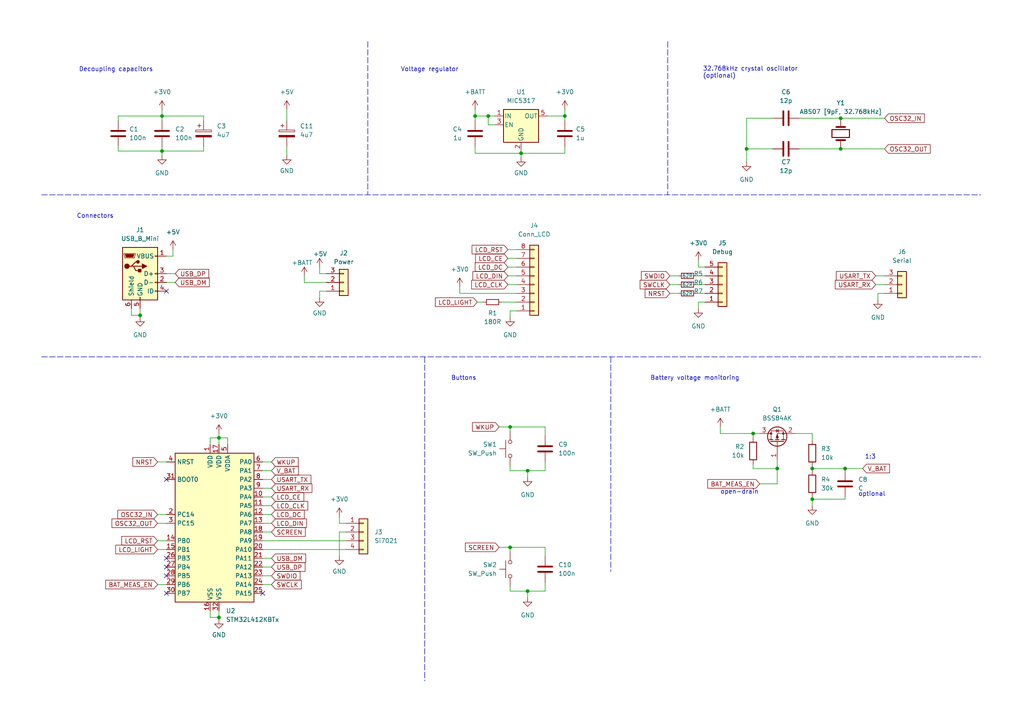
<source format=kicad_sch>
(kicad_sch (version 20211123) (generator eeschema)
  (paper "A4")
  (lib_symbols
    (symbol "Connector:USB_B_Mini" (pin_names (offset 1.016))
      (property "Reference" "J" (at -5.08 11.43 0))
      (property "Value" "USB_B_Mini" (at -5.08 8.89 0))
      (symbol "USB_B_Mini_0_1"
        (rectangle (start -5.08 -7.62) (end 5.08 7.62) (stroke (width 0.254)) (fill (type background)))
        (circle (center -3.81 2.159) (radius 0.635) (stroke (width 0.254)) (fill (type outline)))
        (circle (center -0.635 3.429) (radius 0.381) (stroke (width 0.254)) (fill (type outline)))
        (rectangle (start -0.127 -7.62) (end 0.127 -6.858))
        (polyline (pts (xy -1.905 2.159) (xy 0.635 2.159)) (stroke (width 0.254)))
        (polyline (pts (xy -3.175 2.159) (xy -2.54 2.159) (xy -1.27 3.429) (xy -0.635 3.429)) (stroke (width 0.254)))
        (polyline (pts (xy -2.54 2.159) (xy -1.905 2.159) (xy -1.27 0.889) (xy 0 0.889)) (stroke (width 0.254)))
        (polyline (pts (xy 0.635 2.794) (xy 0.635 1.524) (xy 1.905 2.159) (xy 0.635 2.794)) (stroke (width 0.254)) (fill (type outline)))
        (polyline (pts (xy -4.318 5.588) (xy -1.778 5.588) (xy -2.032 4.826) (xy -4.064 4.826) (xy -4.318 5.588)) (fill (type outline)))
        (polyline (pts (xy -4.699 5.842) (xy -4.699 5.588) (xy -4.445 4.826) (xy -4.445 4.572) (xy -1.651 4.572) (xy -1.651 4.826) (xy -1.397 5.588) (xy -1.397 5.842) (xy -4.699 5.842)))
        (rectangle (start 0.254 1.27) (end -0.508 0.508) (stroke (width 0.254)) (fill (type outline)))
        (rectangle (start 5.08 -5.207) (end 4.318 -4.953))
        (rectangle (start 5.08 -2.667) (end 4.318 -2.413))
        (rectangle (start 5.08 -0.127) (end 4.318 0.127))
        (rectangle (start 5.08 4.953) (end 4.318 5.207))
      )
      (symbol "USB_B_Mini_1_1"
        (pin power_out line (at 7.62 5.08 180) (length 2.54) (name "VBUS") (number "1"))
        (pin bidirectional line (at 7.62 -2.54 180) (length 2.54) (name "D-") (number "2"))
        (pin bidirectional line (at 7.62 0 180) (length 2.54) (name "D+") (number "3"))
        (pin passive line (at 7.62 -5.08 180) (length 2.54) (name "ID") (number "4"))
        (pin power_out line (at 0 -10.16 90) (length 2.54) (name "GND") (number "5"))
        (pin passive line (at -2.54 -10.16 90) (length 2.54) (name "Shield") (number "6"))
      )
    )
    (symbol "Connector_Generic:Conn_01x03" (pin_names (offset 1.016) hide)
      (property "Reference" "J" (at 0 5.08 0))
      (property "Value" "Conn_01x03" (at 0 -5.08 0))
      (symbol "Conn_01x03_1_1"
        (rectangle (start -1.27 -2.413) (end 0 -2.667) (stroke (width 0.1524)))
        (rectangle (start -1.27 0.127) (end 0 -0.127) (stroke (width 0.1524)))
        (rectangle (start -1.27 2.667) (end 0 2.413) (stroke (width 0.1524)))
        (rectangle (start -1.27 3.81) (end 1.27 -3.81) (stroke (width 0.254)) (fill (type background)))
        (pin passive line (at -5.08 2.54 0) (length 3.81) (name "Pin_1") (number "1"))
        (pin passive line (at -5.08 0 0) (length 3.81) (name "Pin_2") (number "2"))
        (pin passive line (at -5.08 -2.54 0) (length 3.81) (name "Pin_3") (number "3"))
      )
    )
    (symbol "Connector_Generic:Conn_01x04" (pin_names (offset 1.016) hide)
      (property "Reference" "J" (at 0 5.08 0))
      (property "Value" "Conn_01x04" (at 0 -7.62 0))
      (symbol "Conn_01x04_1_1"
        (rectangle (start -1.27 -4.953) (end 0 -5.207) (stroke (width 0.1524)))
        (rectangle (start -1.27 -2.413) (end 0 -2.667) (stroke (width 0.1524)))
        (rectangle (start -1.27 0.127) (end 0 -0.127) (stroke (width 0.1524)))
        (rectangle (start -1.27 2.667) (end 0 2.413) (stroke (width 0.1524)))
        (rectangle (start -1.27 3.81) (end 1.27 -6.35) (stroke (width 0.254)) (fill (type background)))
        (pin passive line (at -5.08 2.54 0) (length 3.81) (name "Pin_1") (number "1"))
        (pin passive line (at -5.08 0 0) (length 3.81) (name "Pin_2") (number "2"))
        (pin passive line (at -5.08 -2.54 0) (length 3.81) (name "Pin_3") (number "3"))
        (pin passive line (at -5.08 -5.08 0) (length 3.81) (name "Pin_4") (number "4"))
      )
    )
    (symbol "Connector_Generic:Conn_01x05" (pin_names (offset 1.016) hide)
      (property "Reference" "J" (at 0 7.62 0))
      (property "Value" "Conn_01x05" (at 0 -7.62 0))
      (symbol "Conn_01x05_1_1"
        (rectangle (start -1.27 -4.953) (end 0 -5.207) (stroke (width 0.1524)))
        (rectangle (start -1.27 -2.413) (end 0 -2.667) (stroke (width 0.1524)))
        (rectangle (start -1.27 0.127) (end 0 -0.127) (stroke (width 0.1524)))
        (rectangle (start -1.27 2.667) (end 0 2.413) (stroke (width 0.1524)))
        (rectangle (start -1.27 5.207) (end 0 4.953) (stroke (width 0.1524)))
        (rectangle (start -1.27 6.35) (end 1.27 -6.35) (stroke (width 0.254)) (fill (type background)))
        (pin passive line (at -5.08 5.08 0) (length 3.81) (name "Pin_1") (number "1"))
        (pin passive line (at -5.08 2.54 0) (length 3.81) (name "Pin_2") (number "2"))
        (pin passive line (at -5.08 0 0) (length 3.81) (name "Pin_3") (number "3"))
        (pin passive line (at -5.08 -2.54 0) (length 3.81) (name "Pin_4") (number "4"))
        (pin passive line (at -5.08 -5.08 0) (length 3.81) (name "Pin_5") (number "5"))
      )
    )
    (symbol "Connector_Generic:Conn_01x08" (pin_names (offset 1.016) hide)
      (property "Reference" "J" (at 0 10.16 0))
      (property "Value" "Conn_01x08" (at 0 -12.7 0))
      (symbol "Conn_01x08_1_1"
        (rectangle (start -1.27 -10.033) (end 0 -10.287) (stroke (width 0.1524)))
        (rectangle (start -1.27 -7.493) (end 0 -7.747) (stroke (width 0.1524)))
        (rectangle (start -1.27 -4.953) (end 0 -5.207) (stroke (width 0.1524)))
        (rectangle (start -1.27 -2.413) (end 0 -2.667) (stroke (width 0.1524)))
        (rectangle (start -1.27 0.127) (end 0 -0.127) (stroke (width 0.1524)))
        (rectangle (start -1.27 2.667) (end 0 2.413) (stroke (width 0.1524)))
        (rectangle (start -1.27 5.207) (end 0 4.953) (stroke (width 0.1524)))
        (rectangle (start -1.27 7.747) (end 0 7.493) (stroke (width 0.1524)))
        (rectangle (start -1.27 8.89) (end 1.27 -11.43) (stroke (width 0.254)) (fill (type background)))
        (pin passive line (at -5.08 7.62 0) (length 3.81) (name "Pin_1") (number "1"))
        (pin passive line (at -5.08 5.08 0) (length 3.81) (name "Pin_2") (number "2"))
        (pin passive line (at -5.08 2.54 0) (length 3.81) (name "Pin_3") (number "3"))
        (pin passive line (at -5.08 0 0) (length 3.81) (name "Pin_4") (number "4"))
        (pin passive line (at -5.08 -2.54 0) (length 3.81) (name "Pin_5") (number "5"))
        (pin passive line (at -5.08 -5.08 0) (length 3.81) (name "Pin_6") (number "6"))
        (pin passive line (at -5.08 -7.62 0) (length 3.81) (name "Pin_7") (number "7"))
        (pin passive line (at -5.08 -10.16 0) (length 3.81) (name "Pin_8") (number "8"))
      )
    )
    (symbol "Device:C" (pin_numbers hide) (pin_names (offset 0.254))
      (property "Reference" "C" (at 0.635 2.54 0))
      (property "Value" "C" (at 0.635 -2.54 0))
      (symbol "C_0_1"
        (polyline (pts (xy -2.032 -0.762) (xy 2.032 -0.762)) (stroke (width 0.508)))
        (polyline (pts (xy -2.032 0.762) (xy 2.032 0.762)) (stroke (width 0.508)))
      )
      (symbol "C_1_1"
        (pin passive line (at 0 3.81 270) (length 2.794) (name "~") (number "1"))
        (pin passive line (at 0 -3.81 90) (length 2.794) (name "~") (number "2"))
      )
    )
    (symbol "Device:C_Polarized" (pin_numbers hide) (pin_names (offset 0.254))
      (property "Reference" "C" (at 0.635 2.54 0))
      (property "Value" "C_Polarized" (at 0.635 -2.54 0))
      (symbol "C_Polarized_0_1"
        (rectangle (start -2.286 0.508) (end 2.286 1.016))
        (polyline (pts (xy -1.778 2.286) (xy -0.762 2.286)))
        (polyline (pts (xy -1.27 2.794) (xy -1.27 1.778)))
        (rectangle (start 2.286 -0.508) (end -2.286 -1.016) (fill (type outline)))
      )
      (symbol "C_Polarized_1_1"
        (pin passive line (at 0 3.81 270) (length 2.794) (name "~") (number "1"))
        (pin passive line (at 0 -3.81 90) (length 2.794) (name "~") (number "2"))
      )
    )
    (symbol "Device:Crystal" (pin_numbers hide) (pin_names (offset 1.016) hide)
      (property "Reference" "Y" (at 0 3.81 0))
      (property "Value" "Crystal" (at 0 -3.81 0))
      (symbol "Crystal_0_1"
        (rectangle (start -1.143 2.54) (end 1.143 -2.54) (stroke (width 0.3048)))
        (polyline (pts (xy -2.54 0) (xy -1.905 0)))
        (polyline (pts (xy -1.905 -1.27) (xy -1.905 1.27)) (stroke (width 0.508)))
        (polyline (pts (xy 1.905 -1.27) (xy 1.905 1.27)) (stroke (width 0.508)))
        (polyline (pts (xy 2.54 0) (xy 1.905 0)))
      )
      (symbol "Crystal_1_1"
        (pin passive line (at -3.81 0 0) (length 1.27) (name "1") (number "1"))
        (pin passive line (at 3.81 0 180) (length 1.27) (name "2") (number "2"))
      )
    )
    (symbol "Device:Q_PMOS_GSD" (pin_names (offset 0) hide)
      (property "Reference" "Q" (at 5.08 1.27 0))
      (property "Value" "Q_PMOS_GSD" (at 5.08 -1.27 0))
      (symbol "Q_PMOS_GSD_0_1"
        (polyline (pts (xy 0.254 0) (xy -2.54 0)))
        (polyline (pts (xy 0.254 1.905) (xy 0.254 -1.905)) (stroke (width 0.254)))
        (polyline (pts (xy 0.762 -1.27) (xy 0.762 -2.286)) (stroke (width 0.254)))
        (polyline (pts (xy 0.762 0.508) (xy 0.762 -0.508)) (stroke (width 0.254)))
        (polyline (pts (xy 0.762 2.286) (xy 0.762 1.27)) (stroke (width 0.254)))
        (polyline (pts (xy 2.54 2.54) (xy 2.54 1.778)))
        (polyline (pts (xy 2.54 -2.54) (xy 2.54 0) (xy 0.762 0)))
        (polyline (pts (xy 0.762 1.778) (xy 3.302 1.778) (xy 3.302 -1.778) (xy 0.762 -1.778)))
        (polyline (pts (xy 2.286 0) (xy 1.27 0.381) (xy 1.27 -0.381) (xy 2.286 0)) (fill (type outline)))
        (polyline (pts (xy 2.794 -0.508) (xy 2.921 -0.381) (xy 3.683 -0.381) (xy 3.81 -0.254)))
        (polyline (pts (xy 3.302 -0.381) (xy 2.921 0.254) (xy 3.683 0.254) (xy 3.302 -0.381)))
        (circle (center 1.651 0) (radius 2.794) (stroke (width 0.254)))
        (circle (center 2.54 -1.778) (radius 0.254) (fill (type outline)))
        (circle (center 2.54 1.778) (radius 0.254) (fill (type outline)))
      )
      (symbol "Q_PMOS_GSD_1_1"
        (pin input line (at -5.08 0 0) (length 2.54) (name "G") (number "1"))
        (pin passive line (at 2.54 -5.08 90) (length 2.54) (name "S") (number "2"))
        (pin passive line (at 2.54 5.08 270) (length 2.54) (name "D") (number "3"))
      )
    )
    (symbol "Device:R" (pin_numbers hide) (pin_names (offset 0))
      (property "Reference" "R" (at 2.032 0 90))
      (property "Value" "R" (at 0 0 90))
      (symbol "R_0_1"
        (rectangle (start -1.016 -2.54) (end 1.016 2.54) (stroke (width 0.254)))
      )
      (symbol "R_1_1"
        (pin passive line (at 0 3.81 270) (length 1.27) (name "~") (number "1"))
        (pin passive line (at 0 -3.81 90) (length 1.27) (name "~") (number "2"))
      )
    )
    (symbol "Device:R_Small" (pin_numbers hide) (pin_names (offset 0.254) hide)
      (property "Reference" "R" (at 0.762 0.508 0))
      (property "Value" "R_Small" (at 0.762 -1.016 0))
      (symbol "R_Small_0_1"
        (rectangle (start -0.762 1.778) (end 0.762 -1.778) (stroke (width 0.2032)))
      )
      (symbol "R_Small_1_1"
        (pin passive line (at 0 2.54 270) (length 0.762) (name "~") (number "1"))
        (pin passive line (at 0 -2.54 90) (length 0.762) (name "~") (number "2"))
      )
    )
    (symbol "MCU_ST_STM32L0:STM32L071KBTx"
      (property "Reference" "U" (at -12.7 21.59 0))
      (property "Value" "STM32L071KBTx" (at 5.08 21.59 0))
      (symbol "STM32L071KBTx_0_1"
        (rectangle (start -12.7 -22.86) (end 10.16 20.32) (stroke (width 0.254)) (fill (type background)))
      )
      (symbol "STM32L071KBTx_1_1"
        (pin power_in line (at -2.54 22.86 270) (length 2.54) (name "VDD") (number "1"))
        (pin bidirectional line (at 12.7 7.62 180) (length 2.54) (name "PA4") (number "10"))
        (pin bidirectional line (at 12.7 5.08 180) (length 2.54) (name "PA5") (number "11"))
        (pin bidirectional line (at 12.7 2.54 180) (length 2.54) (name "PA6") (number "12"))
        (pin bidirectional line (at 12.7 0 180) (length 2.54) (name "PA7") (number "13"))
        (pin bidirectional line (at -15.24 -5.08 0) (length 2.54) (name "PB0") (number "14"))
        (pin bidirectional line (at -15.24 -7.62 0) (length 2.54) (name "PB1") (number "15"))
        (pin power_in line (at -2.54 -25.4 90) (length 2.54) (name "VSS") (number "16"))
        (pin power_in line (at 0 22.86 270) (length 2.54) (name "VDD") (number "17"))
        (pin bidirectional line (at 12.7 -2.54 180) (length 2.54) (name "PA8") (number "18"))
        (pin bidirectional line (at 12.7 -5.08 180) (length 2.54) (name "PA9") (number "19"))
        (pin bidirectional line (at -15.24 2.54 0) (length 2.54) (name "PC14") (number "2"))
        (pin bidirectional line (at 12.7 -7.62 180) (length 2.54) (name "PA10") (number "20"))
        (pin bidirectional line (at 12.7 -10.16 180) (length 2.54) (name "PA11") (number "21"))
        (pin bidirectional line (at 12.7 -12.7 180) (length 2.54) (name "PA12") (number "22"))
        (pin bidirectional line (at 12.7 -15.24 180) (length 2.54) (name "PA13") (number "23"))
        (pin bidirectional line (at 12.7 -17.78 180) (length 2.54) (name "PA14") (number "24"))
        (pin bidirectional line (at 12.7 -20.32 180) (length 2.54) (name "PA15") (number "25"))
        (pin bidirectional line (at -15.24 -10.16 0) (length 2.54) (name "PB3") (number "26"))
        (pin bidirectional line (at -15.24 -12.7 0) (length 2.54) (name "PB4") (number "27"))
        (pin bidirectional line (at -15.24 -15.24 0) (length 2.54) (name "PB5") (number "28"))
        (pin bidirectional line (at -15.24 -17.78 0) (length 2.54) (name "PB6") (number "29"))
        (pin bidirectional line (at -15.24 0 0) (length 2.54) (name "PC15") (number "3"))
        (pin bidirectional line (at -15.24 -20.32 0) (length 2.54) (name "PB7") (number "30"))
        (pin input line (at -15.24 12.7 0) (length 2.54) (name "BOOT0") (number "31"))
        (pin power_in line (at 0 -25.4 90) (length 2.54) (name "VSS") (number "32"))
        (pin input line (at -15.24 17.78 0) (length 2.54) (name "NRST") (number "4"))
        (pin power_in line (at 2.54 22.86 270) (length 2.54) (name "VDDA") (number "5"))
        (pin bidirectional line (at 12.7 17.78 180) (length 2.54) (name "PA0") (number "6"))
        (pin bidirectional line (at 12.7 15.24 180) (length 2.54) (name "PA1") (number "7"))
        (pin bidirectional line (at 12.7 12.7 180) (length 2.54) (name "PA2") (number "8"))
        (pin bidirectional line (at 12.7 10.16 180) (length 2.54) (name "PA3") (number "9"))
      )
    )
    (symbol "Regulator_Linear:TLV70015_SOT23-5" (pin_names (offset 0.254))
      (property "Reference" "U" (at -3.81 5.715 0))
      (property "Value" "TLV70015_SOT23-5" (at 0 5.715 0))
      (symbol "TLV70015_SOT23-5_0_1"
        (rectangle (start -5.08 4.445) (end 5.08 -5.08) (stroke (width 0.254)) (fill (type background)))
      )
      (symbol "TLV70015_SOT23-5_1_1"
        (pin power_in line (at -7.62 2.54 0) (length 2.54) (name "IN") (number "1"))
        (pin power_in line (at 0 -7.62 90) (length 2.54) (name "GND") (number "2"))
        (pin input line (at -7.62 0 0) (length 2.54) (name "EN") (number "3"))
        (pin no_connect line (at 5.08 0 180) (length 2.54) hide (name "NC") (number "4"))
        (pin power_out line (at 7.62 2.54 180) (length 2.54) (name "OUT") (number "5"))
      )
    )
    (symbol "Switch:SW_Push" (pin_numbers hide) (pin_names (offset 1.016) hide)
      (property "Reference" "SW" (at 1.27 2.54 0))
      (property "Value" "SW_Push" (at 0 -1.524 0))
      (symbol "SW_Push_0_1"
        (circle (center -2.032 0) (radius 0.508))
        (polyline (pts (xy 0 1.27) (xy 0 3.048)))
        (polyline (pts (xy 2.54 1.27) (xy -2.54 1.27)))
        (circle (center 2.032 0) (radius 0.508))
        (pin passive line (at -5.08 0 0) (length 2.54) (name "1") (number "1"))
        (pin passive line (at 5.08 0 180) (length 2.54) (name "2") (number "2"))
      )
    )
    (symbol "power:+3V0" (power) (pin_names (offset 0))
      (property "Value" "+3V0" (at 0 3.556 0))
      (symbol "+3V0_0_1"
        (polyline (pts (xy -0.762 1.27) (xy 0 2.54)))
        (polyline (pts (xy 0 0) (xy 0 2.54)))
        (polyline (pts (xy 0 2.54) (xy 0.762 1.27)))
      )
      (symbol "+3V0_1_1"
        (pin power_in line (at 0 0 90) (length 0) hide (name "+3V0") (number "1"))
      )
    )
    (symbol "power:+5V" (power) (pin_names (offset 0))
      (property "Value" "+5V" (at 0 3.556 0))
      (symbol "+5V_0_1"
        (polyline (pts (xy -0.762 1.27) (xy 0 2.54)))
        (polyline (pts (xy 0 0) (xy 0 2.54)))
        (polyline (pts (xy 0 2.54) (xy 0.762 1.27)))
      )
      (symbol "+5V_1_1"
        (pin power_in line (at 0 0 90) (length 0) hide (name "+5V") (number "1"))
      )
    )
    (symbol "power:+BATT" (power) (pin_names (offset 0))
      (property "Value" "+BATT" (at 0 3.556 0))
      (symbol "+BATT_0_1"
        (polyline (pts (xy -0.762 1.27) (xy 0 2.54)))
        (polyline (pts (xy 0 0) (xy 0 2.54)))
        (polyline (pts (xy 0 2.54) (xy 0.762 1.27)))
      )
      (symbol "+BATT_1_1"
        (pin power_in line (at 0 0 90) (length 0) hide (name "+BATT") (number "1"))
      )
    )
    (symbol "power:GND" (power) (pin_names (offset 0))
      (property "Value" "GND" (at 0 -3.81 0))
      (symbol "GND_0_1"
        (polyline (pts (xy 0 0) (xy 0 -1.27) (xy 1.27 -1.27) (xy 0 -2.54) (xy -1.27 -1.27) (xy 0 -1.27)))
      )
      (symbol "GND_1_1"
        (pin power_in line (at 0 0 270) (length 0) hide (name "GND") (number "1"))
      )
    )
  )
  (junction (at 46.99 33.655))
  (junction (at 46.99 43.815))
  (junction (at 151.13 44.45))
  (junction (at 216.535 43.18))
  (junction (at 235.585 135.89))
  (junction (at 63.5 179.07))
  (junction (at 147.955 123.825))
  (junction (at 63.5 127))
  (junction (at 243.84 34.29))
  (junction (at 137.795 33.655))
  (junction (at 163.83 33.655))
  (junction (at 147.955 158.75))
  (junction (at 153.035 171.45))
  (junction (at 245.11 135.89))
  (junction (at 218.44 125.73))
  (junction (at 40.64 91.44))
  (junction (at 235.585 144.78))
  (junction (at 153.035 136.525))
  (junction (at 225.425 135.89))
  (junction (at 141.605 33.655))
  (junction (at 243.84 43.18))
  (no_connect (at 48.26 164.465))
  (no_connect (at 76.2 172.085))
  (no_connect (at 48.26 84.455))
  (no_connect (at 48.26 167.005))
  (no_connect (at 48.26 172.085))
  (no_connect (at 48.26 139.065))
  (no_connect (at 48.26 161.925))
  (polyline (pts (xy 12.065 103.505) (xy 284.48 103.505)))
  (polyline (pts (xy 193.675 12.065) (xy 193.675 56.515)))
  (wire (pts (xy 76.2 151.765) (xy 78.74 151.765)))
  (wire (pts (xy 216.535 34.29) (xy 216.535 43.18)))
  (wire (pts (xy 137.795 33.655) (xy 137.795 34.925)))
  (wire (pts (xy 38.1 89.535) (xy 38.1 91.44)))
  (wire (pts (xy 158.115 136.525) (xy 158.115 133.985)))
  (wire (pts (xy 147.955 171.45) (xy 153.035 171.45)))
  (polyline (pts (xy 177.165 103.505) (xy 177.165 165.735)))
  (wire (pts (xy 40.64 91.44) (xy 40.64 92.075)))
  (wire (pts (xy 76.2 156.845) (xy 100.33 156.845)))
  (wire (pts (xy 88.265 80.01) (xy 88.265 81.915)))
  (wire (pts (xy 216.535 46.99) (xy 216.535 43.18)))
  (wire (pts (xy 194.31 85.09) (xy 196.85 85.09)))
  (wire (pts (xy 194.31 82.55) (xy 196.85 82.55)))
  (wire (pts (xy 76.2 136.525) (xy 78.74 136.525)))
  (wire (pts (xy 245.11 135.89) (xy 245.11 136.525)))
  (wire (pts (xy 60.96 127) (xy 60.96 128.905)))
  (wire (pts (xy 98.425 151.765) (xy 100.33 151.765)))
  (wire (pts (xy 163.83 33.655) (xy 163.83 34.925)))
  (wire (pts (xy 34.29 43.815) (xy 46.99 43.815)))
  (wire (pts (xy 45.72 151.765) (xy 48.26 151.765)))
  (wire (pts (xy 163.83 44.45) (xy 151.13 44.45)))
  (wire (pts (xy 92.71 84.455) (xy 94.615 84.455)))
  (wire (pts (xy 76.2 161.925) (xy 78.74 161.925)))
  (wire (pts (xy 231.775 34.29) (xy 243.84 34.29)))
  (wire (pts (xy 76.2 154.305) (xy 78.74 154.305)))
  (wire (pts (xy 137.795 31.75) (xy 137.795 33.655)))
  (wire (pts (xy 45.72 169.545) (xy 48.26 169.545)))
  (wire (pts (xy 225.425 140.335) (xy 220.345 140.335)))
  (wire (pts (xy 144.78 158.75) (xy 147.955 158.75)))
  (wire (pts (xy 201.93 85.09) (xy 204.47 85.09)))
  (wire (pts (xy 59.055 42.545) (xy 59.055 43.815)))
  (wire (pts (xy 76.2 167.005) (xy 78.74 167.005)))
  (wire (pts (xy 153.035 171.45) (xy 158.115 171.45)))
  (wire (pts (xy 60.96 179.07) (xy 60.96 177.165)))
  (wire (pts (xy 216.535 43.18) (xy 224.155 43.18)))
  (wire (pts (xy 147.955 160.02) (xy 147.955 158.75)))
  (wire (pts (xy 243.84 34.925) (xy 243.84 34.29)))
  (wire (pts (xy 40.64 89.535) (xy 40.64 91.44)))
  (wire (pts (xy 38.1 91.44) (xy 40.64 91.44)))
  (wire (pts (xy 138.43 87.63) (xy 140.335 87.63)))
  (wire (pts (xy 208.915 123.825) (xy 208.915 125.73)))
  (wire (pts (xy 98.425 161.29) (xy 98.425 154.305)))
  (wire (pts (xy 63.5 179.705) (xy 63.5 179.07)))
  (wire (pts (xy 76.2 149.225) (xy 78.74 149.225)))
  (wire (pts (xy 147.955 123.825) (xy 158.115 123.825)))
  (wire (pts (xy 50.165 72.39) (xy 50.165 74.295)))
  (wire (pts (xy 60.96 179.07) (xy 63.5 179.07)))
  (wire (pts (xy 92.71 77.47) (xy 92.71 79.375)))
  (wire (pts (xy 153.035 136.525) (xy 153.035 138.43)))
  (wire (pts (xy 92.71 79.375) (xy 94.615 79.375)))
  (wire (pts (xy 202.565 75.565) (xy 202.565 77.47)))
  (wire (pts (xy 202.565 87.63) (xy 202.565 89.535)))
  (wire (pts (xy 88.265 81.915) (xy 94.615 81.915)))
  (wire (pts (xy 147.955 92.075) (xy 147.955 90.17)))
  (wire (pts (xy 147.955 170.18) (xy 147.955 171.45)))
  (wire (pts (xy 34.29 33.655) (xy 46.99 33.655)))
  (wire (pts (xy 235.585 125.73) (xy 235.585 127.635)))
  (wire (pts (xy 225.425 135.89) (xy 225.425 140.335)))
  (wire (pts (xy 147.32 77.47) (xy 149.86 77.47)))
  (wire (pts (xy 59.055 34.925) (xy 59.055 33.655)))
  (wire (pts (xy 153.035 171.45) (xy 153.035 173.355)))
  (polyline (pts (xy 123.19 103.505) (xy 123.19 197.485)))
  (wire (pts (xy 158.115 123.825) (xy 158.115 126.365)))
  (wire (pts (xy 76.2 164.465) (xy 78.74 164.465)))
  (wire (pts (xy 147.32 74.93) (xy 149.86 74.93)))
  (wire (pts (xy 163.83 31.75) (xy 163.83 33.655)))
  (wire (pts (xy 143.51 36.195) (xy 141.605 36.195)))
  (wire (pts (xy 76.2 169.545) (xy 78.74 169.545)))
  (wire (pts (xy 245.11 144.78) (xy 235.585 144.78)))
  (wire (pts (xy 254.635 86.995) (xy 254.635 85.09)))
  (wire (pts (xy 163.83 42.545) (xy 163.83 44.45)))
  (wire (pts (xy 133.35 85.09) (xy 149.86 85.09)))
  (wire (pts (xy 254 80.01) (xy 256.54 80.01)))
  (wire (pts (xy 243.84 43.18) (xy 256.54 43.18)))
  (wire (pts (xy 147.32 82.55) (xy 149.86 82.55)))
  (wire (pts (xy 235.585 125.73) (xy 230.505 125.73)))
  (wire (pts (xy 137.795 42.545) (xy 137.795 44.45)))
  (wire (pts (xy 235.585 144.145) (xy 235.585 144.78)))
  (wire (pts (xy 137.795 33.655) (xy 141.605 33.655)))
  (wire (pts (xy 66.04 127) (xy 66.04 128.905)))
  (wire (pts (xy 63.5 127) (xy 60.96 127)))
  (wire (pts (xy 218.44 135.89) (xy 218.44 134.62)))
  (wire (pts (xy 76.2 146.685) (xy 78.74 146.685)))
  (wire (pts (xy 48.26 81.915) (xy 50.8 81.915)))
  (wire (pts (xy 151.13 44.45) (xy 151.13 45.72)))
  (wire (pts (xy 201.93 80.01) (xy 204.47 80.01)))
  (wire (pts (xy 76.2 144.145) (xy 78.74 144.145)))
  (wire (pts (xy 153.035 136.525) (xy 158.115 136.525)))
  (wire (pts (xy 63.5 125.73) (xy 63.5 127)))
  (wire (pts (xy 48.26 79.375) (xy 50.8 79.375)))
  (wire (pts (xy 194.31 80.01) (xy 196.85 80.01)))
  (wire (pts (xy 76.2 141.605) (xy 78.74 141.605)))
  (wire (pts (xy 45.72 159.385) (xy 48.26 159.385)))
  (wire (pts (xy 145.415 87.63) (xy 149.86 87.63)))
  (wire (pts (xy 66.04 127) (xy 63.5 127)))
  (wire (pts (xy 45.72 156.845) (xy 48.26 156.845)))
  (wire (pts (xy 147.955 158.75) (xy 158.115 158.75)))
  (wire (pts (xy 147.32 80.01) (xy 149.86 80.01)))
  (wire (pts (xy 92.71 86.36) (xy 92.71 84.455)))
  (wire (pts (xy 208.915 125.73) (xy 218.44 125.73)))
  (wire (pts (xy 46.99 33.655) (xy 59.055 33.655)))
  (wire (pts (xy 147.955 135.255) (xy 147.955 136.525)))
  (polyline (pts (xy 12.065 56.515) (xy 284.48 56.515)))
  (polyline (pts (xy 106.68 12.065) (xy 106.68 56.515)))
  (wire (pts (xy 235.585 135.255) (xy 235.585 135.89)))
  (wire (pts (xy 204.47 87.63) (xy 202.565 87.63)))
  (wire (pts (xy 46.99 31.75) (xy 46.99 33.655)))
  (wire (pts (xy 46.99 42.545) (xy 46.99 43.815)))
  (wire (pts (xy 231.775 43.18) (xy 243.84 43.18)))
  (wire (pts (xy 254.635 85.09) (xy 256.54 85.09)))
  (wire (pts (xy 250.19 135.89) (xy 245.11 135.89)))
  (wire (pts (xy 34.29 42.545) (xy 34.29 43.815)))
  (wire (pts (xy 83.185 42.545) (xy 83.185 45.085)))
  (wire (pts (xy 46.99 43.815) (xy 46.99 45.085)))
  (wire (pts (xy 158.115 171.45) (xy 158.115 168.91)))
  (wire (pts (xy 218.44 135.89) (xy 225.425 135.89)))
  (wire (pts (xy 245.11 135.89) (xy 235.585 135.89)))
  (wire (pts (xy 144.78 123.825) (xy 147.955 123.825)))
  (wire (pts (xy 201.93 82.55) (xy 204.47 82.55)))
  (wire (pts (xy 46.99 34.925) (xy 46.99 33.655)))
  (wire (pts (xy 224.155 34.29) (xy 216.535 34.29)))
  (wire (pts (xy 46.99 43.815) (xy 59.055 43.815)))
  (wire (pts (xy 147.32 72.39) (xy 149.86 72.39)))
  (wire (pts (xy 254 82.55) (xy 256.54 82.55)))
  (wire (pts (xy 98.425 154.305) (xy 100.33 154.305)))
  (wire (pts (xy 158.75 33.655) (xy 163.83 33.655)))
  (wire (pts (xy 83.185 31.75) (xy 83.185 34.925)))
  (wire (pts (xy 50.165 74.295) (xy 48.26 74.295)))
  (wire (pts (xy 218.44 125.73) (xy 220.345 125.73)))
  (wire (pts (xy 204.47 77.47) (xy 202.565 77.47)))
  (wire (pts (xy 76.2 139.065) (xy 78.74 139.065)))
  (wire (pts (xy 235.585 135.89) (xy 235.585 136.525)))
  (wire (pts (xy 45.72 133.985) (xy 48.26 133.985)))
  (wire (pts (xy 76.2 159.385) (xy 100.33 159.385)))
  (wire (pts (xy 98.425 149.86) (xy 98.425 151.765)))
  (wire (pts (xy 45.72 149.225) (xy 48.26 149.225)))
  (wire (pts (xy 133.35 83.185) (xy 133.35 85.09)))
  (wire (pts (xy 147.955 123.825) (xy 147.955 125.095)))
  (wire (pts (xy 243.84 34.29) (xy 256.54 34.29)))
  (wire (pts (xy 225.425 133.35) (xy 225.425 135.89)))
  (wire (pts (xy 141.605 33.655) (xy 143.51 33.655)))
  (wire (pts (xy 218.44 125.73) (xy 218.44 127)))
  (wire (pts (xy 151.13 43.815) (xy 151.13 44.45)))
  (wire (pts (xy 235.585 144.78) (xy 235.585 146.685)))
  (wire (pts (xy 147.955 136.525) (xy 153.035 136.525)))
  (wire (pts (xy 34.29 33.655) (xy 34.29 34.925)))
  (wire (pts (xy 137.795 44.45) (xy 151.13 44.45)))
  (wire (pts (xy 63.5 128.905) (xy 63.5 127)))
  (wire (pts (xy 158.115 158.75) (xy 158.115 161.29)))
  (wire (pts (xy 147.955 90.17) (xy 149.86 90.17)))
  (wire (pts (xy 76.2 133.985) (xy 78.74 133.985)))
  (wire (pts (xy 63.5 179.07) (xy 63.5 177.165)))
  (wire (pts (xy 245.11 144.145) (xy 245.11 144.78)))
  (wire (pts (xy 243.84 42.545) (xy 243.84 43.18)))
  (wire (pts (xy 141.605 36.195) (xy 141.605 33.655)))
  (text "1:3" (at 250.825 133.35 0) (effects (font (size 1.27 1.27)) (justify left bottom)))
  (text "Battery voltage monitoring" (at 188.595 110.49 0) (effects (font (size 1.27 1.27)) (justify left bottom)))
  (text "Buttons" (at 130.81 110.49 0) (effects (font (size 1.27 1.27)) (justify left bottom)))
  (text "open-drain" (at 208.915 143.51 0) (effects (font (size 1.27 1.27)) (justify left bottom)))
  (text "optional" (at 248.92 144.145 0) (effects (font (size 1.27 1.27)) (justify left bottom)))
  (text "32.768kHz crystal oscillator\n(optional)" (at 203.835 22.86 0) (effects (font (size 1.27 1.27)) (justify left bottom)))
  (text "Voltage regulator" (at 116.205 20.955 0) (effects (font (size 1.27 1.27)) (justify left bottom)))
  (text "Decoupling capacitors" (at 22.86 20.955 0) (effects (font (size 1.27 1.27)) (justify left bottom)))
  (text "Connectors" (at 22.225 63.5 0) (effects (font (size 1.27 1.27)) (justify left bottom)))
  (global_label "OSC32_IN" (shape input) (at 45.72 149.225 180) (property "Intersheet References" "${INTERSHEET_REFS}" (effects hide)))
  (global_label "USART_RX" (shape input) (at 78.74 141.605 0) (property "Intersheet References" "${INTERSHEET_REFS}" (effects hide)))
  (global_label "SWCLK" (shape input) (at 78.74 169.545 0) (property "Intersheet References" "${INTERSHEET_REFS}" (effects hide)))
  (global_label "NRST" (shape input) (at 194.31 85.09 180) (property "Intersheet References" "${INTERSHEET_REFS}" (effects hide)))
  (global_label "USART_RX" (shape input) (at 254 82.55 180) (property "Intersheet References" "${INTERSHEET_REFS}" (effects hide)))
  (global_label "LCD_LIGHT" (shape input) (at 138.43 87.63 180) (property "Intersheet References" "${INTERSHEET_REFS}" (effects hide)))
  (global_label "WKUP" (shape input) (at 144.78 123.825 180) (property "Intersheet References" "${INTERSHEET_REFS}" (effects hide)))
  (global_label "LCD_DC" (shape input) (at 78.74 149.225 0) (property "Intersheet References" "${INTERSHEET_REFS}" (effects hide)))
  (global_label "LCD_DIN" (shape input) (at 147.32 80.01 180) (property "Intersheet References" "${INTERSHEET_REFS}" (effects hide)))
  (global_label "SWCLK" (shape input) (at 194.31 82.55 180) (property "Intersheet References" "${INTERSHEET_REFS}" (effects hide)))
  (global_label "V_BAT" (shape input) (at 250.19 135.89 0) (property "Intersheet References" "${INTERSHEET_REFS}" (effects hide)))
  (global_label "USART_TX" (shape input) (at 254 80.01 180) (property "Intersheet References" "${INTERSHEET_REFS}" (effects hide)))
  (global_label "SWDIO" (shape input) (at 194.31 80.01 180) (property "Intersheet References" "${INTERSHEET_REFS}" (effects hide)))
  (global_label "LCD_CLK" (shape input) (at 78.74 146.685 0) (property "Intersheet References" "${INTERSHEET_REFS}" (effects hide)))
  (global_label "WKUP" (shape input) (at 78.74 133.985 0) (property "Intersheet References" "${INTERSHEET_REFS}" (effects hide)))
  (global_label "USART_TX" (shape input) (at 78.74 139.065 0) (property "Intersheet References" "${INTERSHEET_REFS}" (effects hide)))
  (global_label "USB_DP" (shape input) (at 78.74 164.465 0) (property "Intersheet References" "${INTERSHEET_REFS}" (effects hide)))
  (global_label "LCD_LIGHT" (shape input) (at 45.72 159.385 180) (property "Intersheet References" "${INTERSHEET_REFS}" (effects hide)))
  (global_label "LCD_DIN" (shape input) (at 78.74 151.765 0) (property "Intersheet References" "${INTERSHEET_REFS}" (effects hide)))
  (global_label "V_BAT" (shape input) (at 78.74 136.525 0) (property "Intersheet References" "${INTERSHEET_REFS}" (effects hide)))
  (global_label "OSC32_OUT" (shape input) (at 45.72 151.765 180) (property "Intersheet References" "${INTERSHEET_REFS}" (effects hide)))
  (global_label "OSC32_OUT" (shape input) (at 256.54 43.18 0) (property "Intersheet References" "${INTERSHEET_REFS}" (effects hide)))
  (global_label "SWDIO" (shape input) (at 78.74 167.005 0) (property "Intersheet References" "${INTERSHEET_REFS}" (effects hide)))
  (global_label "LCD_RST" (shape input) (at 45.72 156.845 180) (property "Intersheet References" "${INTERSHEET_REFS}" (effects hide)))
  (global_label "LCD_RST" (shape input) (at 147.32 72.39 180) (property "Intersheet References" "${INTERSHEET_REFS}" (effects hide)))
  (global_label "BAT_MEAS_EN" (shape input) (at 220.345 140.335 180) (property "Intersheet References" "${INTERSHEET_REFS}" (effects hide)))
  (global_label "BAT_MEAS_EN" (shape input) (at 45.72 169.545 180) (property "Intersheet References" "${INTERSHEET_REFS}" (effects hide)))
  (global_label "LCD_CLK" (shape input) (at 147.32 82.55 180) (property "Intersheet References" "${INTERSHEET_REFS}" (effects hide)))
  (global_label "LCD_CE" (shape input) (at 78.74 144.145 0) (property "Intersheet References" "${INTERSHEET_REFS}" (effects hide)))
  (global_label "LCD_CE" (shape input) (at 147.32 74.93 180) (property "Intersheet References" "${INTERSHEET_REFS}" (effects hide)))
  (global_label "SCREEN" (shape input) (at 78.74 154.305 0) (property "Intersheet References" "${INTERSHEET_REFS}" (effects hide)))
  (global_label "USB_DM" (shape input) (at 50.8 81.915 0) (property "Intersheet References" "${INTERSHEET_REFS}" (effects hide)))
  (global_label "USB_DM" (shape input) (at 78.74 161.925 0) (property "Intersheet References" "${INTERSHEET_REFS}" (effects hide)))
  (global_label "OSC32_IN" (shape input) (at 256.54 34.29 0) (property "Intersheet References" "${INTERSHEET_REFS}" (effects hide)))
  (global_label "SCREEN" (shape input) (at 144.78 158.75 180) (property "Intersheet References" "${INTERSHEET_REFS}" (effects hide)))
  (global_label "NRST" (shape input) (at 45.72 133.985 180) (property "Intersheet References" "${INTERSHEET_REFS}" (effects hide)))
  (global_label "USB_DP" (shape input) (at 50.8 79.375 0) (property "Intersheet References" "${INTERSHEET_REFS}" (effects hide)))
  (global_label "LCD_DC" (shape input) (at 147.32 77.47 180) (property "Intersheet References" "${INTERSHEET_REFS}" (effects hide)))
  (symbol (lib_id "power:+BATT") (at 208.915 123.825 0) (unit 1)
    (property "Reference" "#PWR0103" (effects hide))
    (property "Value" "+BATT" (at 208.915 118.745 0))
  )
  (symbol (lib_id "Device:R") (at 235.585 131.445 0) (unit 1)
    (property "Reference" "R3" (at 238.125 130.1749 0) (effects (justify left)))
    (property "Value" "10k" (at 238.125 132.7149 0) (effects (justify left)))
    (property "Footprint" "Resistor_SMD:R_0603_1608Metric" (effects hide))
  )
  (symbol (lib_id "Device:R_Small") (at 199.39 85.09 90) (unit 1)
    (property "Reference" "R7" (at 202.565 84.455 90))
    (property "Value" "62R" (at 199.39 85.09 90) (effects (font (size 1 1))))
    (property "Footprint" "Resistor_SMD:R_0603_1608Metric" (effects hide))
  )
  (symbol (lib_id "power:GND") (at 92.71 86.36 0) (unit 1)
    (property "Reference" "#PWR05" (effects hide))
    (property "Value" "GND" (at 92.71 90.805 0))
  )
  (symbol (lib_id "power:+BATT") (at 137.795 31.75 0) (unit 1)
    (property "Reference" "#PWR07" (effects hide))
    (property "Value" "+BATT" (at 137.795 26.67 0))
  )
  (symbol (lib_id "power:+3V0") (at 163.83 31.75 0) (unit 1)
    (property "Reference" "#PWR0107" (effects hide))
    (property "Value" "+3V0" (at 163.83 26.67 0))
  )
  (symbol (lib_id "Device:C_Polarized") (at 83.185 38.735 0) (unit 1)
    (property "Reference" "C11" (at 86.995 36.5759 0) (effects (justify left)))
    (property "Value" "4u7" (at 86.995 39.1159 0) (effects (justify left)))
    (property "Footprint" "Capacitor_Tantalum_SMD:CP_EIA-1608-10_AVX-L" (effects hide))
  )
  (symbol (lib_id "Switch:SW_Push") (at 147.955 130.175 90) (unit 1)
    (property "Reference" "SW1" (at 144.145 128.9049 90) (effects (justify left)))
    (property "Value" "SW_Push" (at 144.145 131.4449 90) (effects (justify left)))
    (property "Footprint" "Button_Switch_SMD:SW_SPST_SKQG_WithStem" (effects hide))
  )
  (symbol (lib_id "Device:Q_PMOS_GSD") (at 225.425 128.27 90) (unit 1)
    (property "Reference" "Q1" (at 225.425 118.745 90))
    (property "Value" "BSS84AK" (at 225.425 121.285 90))
    (property "Footprint" "Package_TO_SOT_SMD:SOT-23" (effects hide))
  )
  (symbol (lib_id "Device:C") (at 163.83 38.735 0) (unit 1)
    (property "Reference" "C5" (at 167.005 37.4649 0) (effects (justify left)))
    (property "Value" "1u" (at 167.005 40.0049 0) (effects (justify left)))
    (property "Footprint" "Capacitor_SMD:C_0603_1608Metric" (effects hide))
  )
  (symbol (lib_id "power:GND") (at 83.185 45.085 0) (unit 1)
    (property "Reference" "#PWR023" (effects hide))
    (property "Value" "GND" (at 83.185 49.53 0))
  )
  (symbol (lib_id "power:GND") (at 98.425 161.29 0) (unit 1)
    (property "Reference" "#PWR014" (effects hide))
    (property "Value" "GND" (at 98.425 165.735 0))
  )
  (symbol (lib_id "power:+5V") (at 83.185 31.75 0) (unit 1)
    (property "Reference" "#PWR022" (effects hide))
    (property "Value" "+5V" (at 83.185 26.67 0))
  )
  (symbol (lib_id "Device:C") (at 227.965 34.29 90) (unit 1)
    (property "Reference" "C6" (at 227.965 26.67 90))
    (property "Value" "12p" (at 227.965 29.21 90))
    (property "Footprint" "Capacitor_SMD:C_0603_1608Metric" (effects hide))
  )
  (symbol (lib_id "Connector_Generic:Conn_01x08") (at 154.94 82.55 0) (mirror x) (unit 1)
    (property "Reference" "J4" (at 154.94 65.405 0))
    (property "Value" "Conn_LCD" (at 154.94 67.945 0))
    (property "Footprint" "Connector_PinHeader_2.54mm:PinHeader_1x08_P2.54mm_Vertical" (effects hide))
  )
  (symbol (lib_id "power:+3V0") (at 46.99 31.75 0) (unit 1)
    (property "Reference" "#PWR0104" (effects hide))
    (property "Value" "+3V0" (at 46.99 26.67 0))
  )
  (symbol (lib_id "Connector_Generic:Conn_01x03") (at 261.62 82.55 0) (mirror x) (unit 1)
    (property "Reference" "J6" (at 261.62 73.025 0))
    (property "Value" "Serial" (at 261.62 75.565 0))
    (property "Footprint" "Connector_PinHeader_2.54mm:PinHeader_1x03_P2.54mm_Vertical" (effects hide))
  )
  (symbol (lib_id "power:GND") (at 46.99 45.085 0) (unit 1)
    (property "Reference" "#PWR02" (effects hide))
    (property "Value" "GND" (at 46.99 50.165 0))
  )
  (symbol (lib_id "power:GND") (at 40.64 92.075 0) (unit 1)
    (property "Reference" "#PWR03" (effects hide))
    (property "Value" "GND" (at 40.64 97.155 0))
  )
  (symbol (lib_id "Connector_Generic:Conn_01x04") (at 105.41 154.305 0) (unit 1)
    (property "Reference" "J3" (at 108.585 154.3049 0) (effects (justify left)))
    (property "Value" "Si7021" (at 108.585 156.8449 0) (effects (justify left)))
    (property "Footprint" "Connector_PinHeader_2.54mm:PinHeader_1x04_P2.54mm_Vertical" (effects hide))
  )
  (symbol (lib_id "power:+BATT") (at 88.265 80.01 0) (unit 1)
    (property "Reference" "#PWR0101" (effects hide))
    (property "Value" "+BATT" (at 87.63 76.2 0))
  )
  (symbol (lib_id "power:+3V0") (at 133.35 83.185 0) (unit 1)
    (property "Reference" "#PWR0108" (effects hide))
    (property "Value" "+3V0" (at 133.35 78.105 0))
  )
  (symbol (lib_id "Device:R_Small") (at 142.875 87.63 90) (unit 1)
    (property "Reference" "R1" (at 142.875 90.805 90))
    (property "Value" "180R" (at 142.875 93.345 90))
    (property "Footprint" "Resistor_SMD:R_0603_1608Metric" (effects hide))
  )
  (symbol (lib_id "Regulator_Linear:TLV70015_SOT23-5") (at 151.13 36.195 0) (unit 1)
    (property "Reference" "U1" (at 151.13 26.67 0))
    (property "Value" "MIC5317" (at 151.13 29.21 0))
    (property "Footprint" "Package_TO_SOT_SMD:SOT-23-5" (effects hide))
    (property "Datasheet" "http://www.ti.com/lit/ds/symlink/tlv700.pdf" (effects hide))
  )
  (symbol (lib_id "Device:Crystal") (at 243.84 38.735 90) (unit 1)
    (property "Reference" "Y1" (at 243.84 29.845 90))
    (property "Value" "ABS07 [9pF, 32.768kHz]" (at 243.84 32.385 90))
    (property "Footprint" "Crystal:Crystal_SMD_3215-2Pin_3.2x1.5mm" (effects hide))
  )
  (symbol (lib_id "power:GND") (at 153.035 173.355 0) (unit 1)
    (property "Reference" "#PWR021" (effects hide))
    (property "Value" "GND" (at 153.035 178.435 0))
  )
  (symbol (lib_id "power:GND") (at 202.565 89.535 0) (unit 1)
    (property "Reference" "#PWR018" (effects hide))
    (property "Value" "GND" (at 202.565 94.615 0))
  )
  (symbol (lib_id "Device:C") (at 227.965 43.18 90) (unit 1)
    (property "Reference" "C7" (at 227.965 46.99 90))
    (property "Value" "12p" (at 227.965 49.53 90))
    (property "Footprint" "Capacitor_SMD:C_0603_1608Metric" (effects hide))
  )
  (symbol (lib_id "power:GND") (at 151.13 45.72 0) (unit 1)
    (property "Reference" "#PWR08" (effects hide))
    (property "Value" "GND" (at 151.13 50.165 0))
  )
  (symbol (lib_id "power:+5V") (at 50.165 72.39 0) (unit 1)
    (property "Reference" "#PWR06" (effects hide))
    (property "Value" "+5V" (at 50.165 67.31 0))
  )
  (symbol (lib_id "Device:C") (at 137.795 38.735 0) (unit 1)
    (property "Reference" "C4" (at 133.985 37.4649 0) (effects (justify right)))
    (property "Value" "1u" (at 133.985 40.0049 0) (effects (justify right)))
    (property "Footprint" "Capacitor_SMD:C_0603_1608Metric" (effects hide))
  )
  (symbol (lib_id "power:GND") (at 147.955 92.075 0) (unit 1)
    (property "Reference" "#PWR015" (effects hide))
    (property "Value" "GND" (at 147.955 97.155 0))
  )
  (symbol (lib_id "power:+3V0") (at 202.565 75.565 0) (unit 1)
    (property "Reference" "#PWR0105" (effects hide))
    (property "Value" "+3V0" (at 202.565 70.485 0))
  )
  (symbol (lib_id "MCU_ST_STM32L0:STM32L071KBTx") (at 63.5 151.765 0) (unit 1)
    (property "Reference" "U2" (at 65.5194 177.165 0) (effects (justify left)))
    (property "Value" "STM32L412KBTx" (at 65.5194 179.705 0) (effects (justify left)))
    (property "Footprint" "Package_QFP:LQFP-32_7x7mm_P0.8mm" (effects hide))
    (property "Datasheet" "http://www.st.com/st-web-ui/static/active/en/resource/technical/document/datasheet/DM00141136.pdf" (effects hide))
  )
  (symbol (lib_id "Device:C") (at 245.11 140.335 0) (unit 1)
    (property "Reference" "C8" (at 248.92 139.0649 0) (effects (justify left)))
    (property "Value" "C" (at 248.92 141.6049 0) (effects (justify left)))
    (property "Footprint" "Capacitor_SMD:C_0603_1608Metric" (effects hide))
  )
  (symbol (lib_id "Device:C") (at 34.29 38.735 0) (unit 1)
    (property "Reference" "C1" (at 37.465 37.4649 0) (effects (justify left)))
    (property "Value" "100n" (at 37.465 40.0049 0) (effects (justify left)))
    (property "Footprint" "Capacitor_SMD:C_0603_1608Metric" (effects hide))
  )
  (symbol (lib_id "power:+3V0") (at 98.425 149.86 0) (unit 1)
    (property "Reference" "#PWR0109" (effects hide))
    (property "Value" "+3V0" (at 98.425 144.78 0))
  )
  (symbol (lib_id "Device:C") (at 158.115 165.1 0) (unit 1)
    (property "Reference" "C10" (at 161.925 163.8299 0) (effects (justify left)))
    (property "Value" "100n" (at 161.925 166.3699 0) (effects (justify left)))
    (property "Footprint" "Capacitor_SMD:C_0603_1608Metric" (effects hide))
  )
  (symbol (lib_id "power:GND") (at 153.035 138.43 0) (unit 1)
    (property "Reference" "#PWR020" (effects hide))
    (property "Value" "GND" (at 153.035 143.51 0))
  )
  (symbol (lib_id "power:GND") (at 254.635 86.995 0) (unit 1)
    (property "Reference" "#PWR019" (effects hide))
    (property "Value" "GND" (at 254.635 92.075 0))
  )
  (symbol (lib_id "Device:R_Small") (at 199.39 82.55 90) (unit 1)
    (property "Reference" "R6" (at 202.565 81.915 90))
    (property "Value" "62R" (at 199.39 82.55 90) (effects (font (size 1 1))))
    (property "Footprint" "Resistor_SMD:R_0603_1608Metric" (effects hide))
  )
  (symbol (lib_id "power:+3V0") (at 63.5 125.73 0) (unit 1)
    (property "Reference" "#PWR0106" (effects hide))
    (property "Value" "+3V0" (at 63.5 120.65 0))
  )
  (symbol (lib_id "Device:C_Polarized") (at 59.055 38.735 0) (unit 1)
    (property "Reference" "C3" (at 62.865 36.5759 0) (effects (justify left)))
    (property "Value" "4u7" (at 62.865 39.1159 0) (effects (justify left)))
    (property "Footprint" "Capacitor_Tantalum_SMD:CP_EIA-1608-10_AVX-L" (effects hide))
  )
  (symbol (lib_id "power:GND") (at 235.585 146.685 0) (unit 1)
    (property "Reference" "#PWR0102" (effects hide))
    (property "Value" "GND" (at 235.585 151.765 0))
  )
  (symbol (lib_id "Device:C") (at 158.115 130.175 0) (unit 1)
    (property "Reference" "C9" (at 161.925 128.9049 0) (effects (justify left)))
    (property "Value" "100n" (at 161.925 131.4449 0) (effects (justify left)))
    (property "Footprint" "Capacitor_SMD:C_0603_1608Metric" (effects hide))
  )
  (symbol (lib_id "Switch:SW_Push") (at 147.955 165.1 90) (unit 1)
    (property "Reference" "SW2" (at 144.145 163.8299 90) (effects (justify left)))
    (property "Value" "SW_Push" (at 144.145 166.3699 90) (effects (justify left)))
    (property "Footprint" "Button_Switch_SMD:SW_SPST_SKQG_WithStem" (effects hide))
  )
  (symbol (lib_id "Device:R_Small") (at 199.39 80.01 90) (unit 1)
    (property "Reference" "R5" (at 202.565 79.375 90))
    (property "Value" "62R" (at 199.39 80.01 90) (effects (font (size 1 1))))
    (property "Footprint" "Resistor_SMD:R_0603_1608Metric" (effects hide))
  )
  (symbol (lib_id "Device:C") (at 46.99 38.735 0) (unit 1)
    (property "Reference" "C2" (at 50.8 37.4649 0) (effects (justify left)))
    (property "Value" "100n" (at 50.8 40.0049 0) (effects (justify left)))
    (property "Footprint" "Capacitor_SMD:C_0603_1608Metric" (effects hide))
  )
  (symbol (lib_id "Device:R") (at 218.44 130.81 0) (unit 1)
    (property "Reference" "R2" (at 215.9 129.5399 0) (effects (justify right)))
    (property "Value" "10k" (at 215.9 132.0799 0) (effects (justify right)))
    (property "Footprint" "Resistor_SMD:R_0603_1608Metric" (effects hide))
  )
  (symbol (lib_id "power:+5V") (at 92.71 77.47 0) (unit 1)
    (property "Reference" "#PWR04" (effects hide))
    (property "Value" "+5V" (at 90.805 73.66 0) (effects (justify left)))
  )
  (symbol (lib_id "power:GND") (at 216.535 46.99 0) (unit 1)
    (property "Reference" "#PWR016" (effects hide))
    (property "Value" "GND" (at 216.535 52.07 0))
  )
  (symbol (lib_id "power:GND") (at 63.5 179.705 0) (unit 1)
    (property "Reference" "#PWR011" (effects hide))
    (property "Value" "GND" (at 63.5 184.15 0))
  )
  (symbol (lib_id "Device:R") (at 235.585 140.335 0) (unit 1)
    (property "Reference" "R4" (at 238.125 139.0649 0) (effects (justify left)))
    (property "Value" "30k" (at 238.125 141.6049 0) (effects (justify left)))
    (property "Footprint" "Resistor_SMD:R_0603_1608Metric" (effects hide))
  )
  (symbol (lib_id "Connector_Generic:Conn_01x05") (at 209.55 82.55 0) (mirror x) (unit 1)
    (property "Reference" "J5" (at 209.55 70.485 0))
    (property "Value" "Debug" (at 209.55 73.025 0))
    (property "Footprint" "Connector_PinHeader_2.54mm:PinHeader_1x05_P2.54mm_Vertical" (effects hide))
  )
  (symbol (lib_id "Connector:USB_B_Mini") (at 40.64 79.375 0) (unit 1)
    (property "Reference" "J1" (at 40.64 66.675 0))
    (property "Value" "USB_B_Mini" (at 40.64 69.215 0))
    (property "Footprint" "Connector_USB:USB_Mini-B_Lumberg_2486_01_Horizontal" (effects hide))
  )
  (symbol (lib_id "Connector_Generic:Conn_01x03") (at 99.695 81.915 0) (mirror x) (unit 1)
    (property "Reference" "J2" (at 99.695 73.406 0))
    (property "Value" "Power" (at 99.695 75.946 0))
    (property "Footprint" "Connector_PinHeader_2.54mm:PinHeader_1x03_P2.54mm_Vertical" (effects hide))
  )
)
</source>
